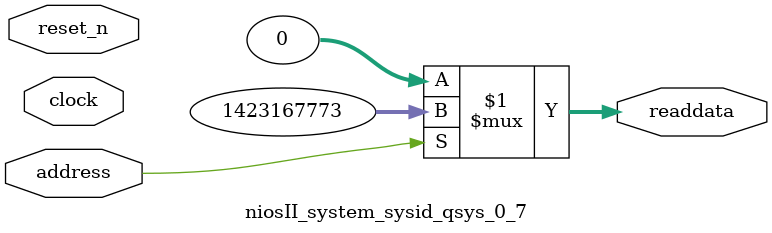
<source format=v>
module niosII_system_sysid_qsys_0_7 (
                address,
                clock,
                reset_n,
                readdata
             )
;
  output  [ 31: 0] readdata;
  input            address;
  input            clock;
  input            reset_n;
  wire    [ 31: 0] readdata;
  assign readdata = address ? 1423167773 : 0;
endmodule
</source>
